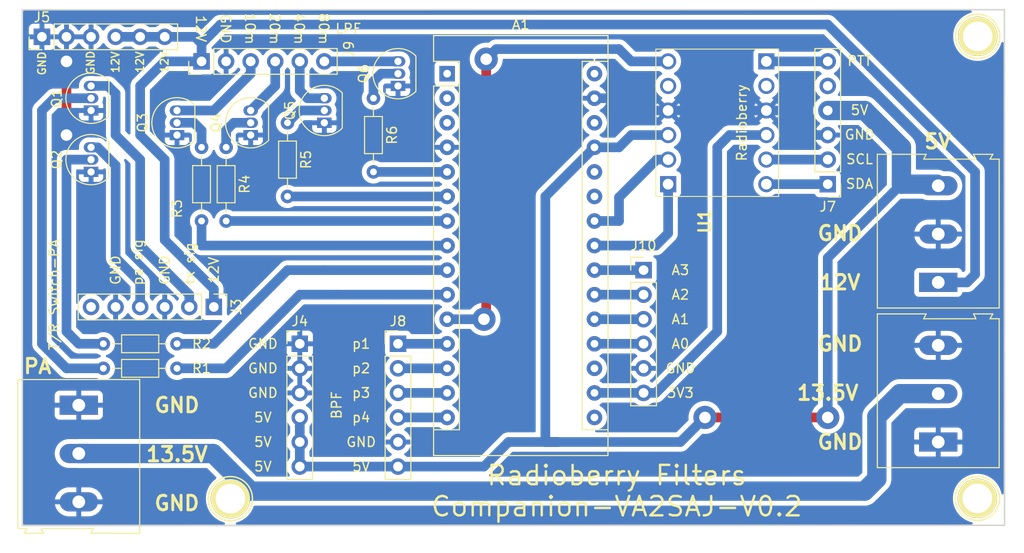
<source format=kicad_pcb>
(kicad_pcb (version 20241229) (generator "pcbnew") (generator_version "9.0")
  (title_block (date "mar. 31 mars 2015"))
  (layers (0 "F.Cu" signal) (2 "B.Cu" signal) (13 "F.Paste" user) (15 "B.Paste" user) (5 "F.SilkS" user "F.Silkscreen") (7 "B.SilkS" user "B.Silkscreen") (1 "F.Mask" user) (3 "B.Mask" user) (25 "Edge.Cuts" user))
  (net 0 "")
  (net 1 "GND")
  (net 2 "+5V")
  (net 3 "Net-(P8-Pad1)")
  (net 4 "Net-(P10-Pad1)")
  (net 5 "Net-(P13-Pad1)")
  (net 6 "+3V3")
  (net 7 "+15V")
  (net 8 "+12V")
  (net 9 "Net-(A1-Pad30)")
  (net 10 "Net-(A1-Pad28)")
  (net 11 "Net-(A1-Pad26)")
  (net 12 "Net-(A1-Pad25)")
  (net 13 "Net-(A1-Pad3)")
  (net 14 "Net-(A1-Pad18)")
  (net 15 "Net-(A1-Pad2)")
  (net 16 "/bpf-p4")
  (net 17 "/bpf-p3")
  (net 18 "/bpf-p2")
  (net 19 "/bpf-p1")
  (net 20 "/txmit")
  (net 21 "/ptt")
  (net 22 "/scl")
  (net 23 "/lpf-80m")
  (net 24 "/sda")
  (net 25 "/lpf-40")
  (net 26 "/lpf-20m")
  (net 27 "/lpf-10m")
  (net 28 "/rpi-scl")
  (net 29 "/rpi-sda")
  (net 30 "/rpi-ptt")
  (net 31 "Net-(J7-Pad5)")
  (net 32 "Net-(A1-Pad16)")
  (net 33 "Net-(J3-Pad6)")
  (net 34 "Net-(J3-Pad4)")
  (net 35 "Net-(J3-Pad2)")
  (net 36 "Net-(Q1-Pad2)")
  (net 37 "/pa")
  (net 38 "Net-(Q2-Pad2)")
  (net 39 "Net-(A1-Pad1)")
  (net 40 "Net-(Q3-Pad2)")
  (net 41 "Net-(Q4-Pad2)")
  (net 42 "Net-(Q5-Pad2)")
  (net 43 "Net-(Q6-Pad2)")
  (net 44 "Net-(U1-Pad11)")
  (net 45 "Net-(U1-Pad2)")
  (net 46 "/d5-10m")
  (net 47 "/d4-20m")
  (net 48 "/d3-40m")
  (net 49 "/d2-80m")
  (net 50 "/A3")
  (net 51 "/A2")
  (net 52 "/A1")
  (net 53 "/A0")
  (footprint "Socket_Arduino_Mega:Arduino_1pin" (layer "F.Cu") (at 124.9 118.89)
    (property "Reference" "P8" (hide yes))
    (property "Value" "CONN_01X01" (hide yes))
    (fp_circle (center 0 0) (end 0 -2.286) (stroke (width 0.15)) (fill no) (layer "F.SilkS"))
    (pad "1" thru_hole circle (at 0 0) (size 4.064 4.064) (drill 3.048) (layers "*.Cu" "*.Mask" "F.SilkS") (net 3 "Net-(P8-Pad1)"))
  )
  (footprint "Socket_Arduino_Mega:Arduino_1pin" (layer "F.Cu") (at 202.17 118.86)
    (property "Reference" "P10" (hide yes))
    (property "Value" "CONN_01X01" (hide yes))
    (fp_circle (center 0 0) (end 0 -2.286) (stroke (width 0.15)) (fill no) (layer "F.SilkS"))
    (pad "1" thru_hole circle (at 0 0) (size 4.064 4.064) (drill 3.048) (layers "*.Cu" "*.Mask" "F.SilkS") (net 4 "Net-(P10-Pad1)"))
  )
  (footprint "Socket_Arduino_Mega:Arduino_1pin" (layer "F.Cu") (at 202.2 71.07)
    (property "Reference" "P13" (hide yes))
    (property "Value" "CONN_01X01" (hide yes))
    (fp_circle (center 0 0) (end 0 -2.286) (stroke (width 0.15)) (fill no) (layer "F.SilkS"))
    (pad "1" thru_hole circle (at 0 0) (size 4.064 4.064) (drill 3.048) (layers "*.Cu" "*.Mask" "F.SilkS") (net 5 "Net-(P13-Pad1)"))
  )
  (footprint "TerminalBlock:TerminalBlock_Altech_AK300-3_P5.00mm" (layer "F.Cu") (at 198.12 96.52 90)
    (property "Reference" "J1" (hide yes))
    (property "Value" "Screw_Terminal_01x03")
    (fp_line (start 13.25 -6.3) (end -2.65 -6.3) (stroke (width 0.12)) (layer "F.SilkS"))
    (fp_line (start -2.65 -6.3) (end -2.65 6.3) (stroke (width 0.12)) (layer "F.SilkS"))
    (fp_line (start 12.75 -1.5) (end 13.25 -1.25) (stroke (width 0.12)) (layer "F.SilkS"))
    (fp_line (start 13.25 -1.25) (end 13.25 -6.3) (stroke (width 0.12)) (layer "F.SilkS"))
    (fp_line (start 13.25 3.65) (end 12.75 3.9) (stroke (width 0.12)) (layer "F.SilkS"))
    (fp_line (start 12.75 3.9) (end 12.75 -1.5) (stroke (width 0.12)) (layer "F.SilkS"))
    (fp_line (start 12.75 5.35) (end 13.25 5.65) (stroke (width 0.12)) (layer "F.SilkS"))
    (fp_line (start 13.25 5.65) (end 13.25 3.65) (stroke (width 0.12)) (layer "F.SilkS"))
    (fp_line (start 12.75 6.3) (end 12.75 5.35) (stroke (width 0.12)) (layer "F.SilkS"))
    (fp_line (start -2.65 6.3) (end 12.75 6.3) (stroke (width 0.12)) (layer "F.SilkS"))
    (pad "1" thru_hole rect (at 0 0 90) (size 1.98 3.96) (drill 1.32) (layers "*.Cu" "*.Mask") (net 8 "+12V"))
    (pad "2" thru_hole oval (at 5 0 90) (size 1.98 3.96) (drill 1.32) (layers "*.Cu" "*.Mask") (net 1 "GND"))
    (pad "3" thru_hole oval (at 10 0 90) (size 1.98 3.96) (drill 1.32) (layers "*.Cu" "*.Mask") (net 2 "+5V"))
  )
  (footprint "TerminalBlock:TerminalBlock_Altech_AK300-3_P5.00mm" (layer "F.Cu") (at 198.12 113.03 90)
    (property "Reference" "J2" (hide yes))
    (property "Value" "Screw_Terminal_01x03")
    (fp_line (start 13.25 -6.3) (end -2.65 -6.3) (stroke (width 0.12)) (layer "F.SilkS"))
    (fp_line (start -2.65 -6.3) (end -2.65 6.3) (stroke (width 0.12)) (layer "F.SilkS"))
    (fp_line (start 12.75 -1.5) (end 13.25 -1.25) (stroke (width 0.12)) (layer "F.SilkS"))
    (fp_line (start 13.25 -1.25) (end 13.25 -6.3) (stroke (width 0.12)) (layer "F.SilkS"))
    (fp_line (start 13.25 3.65) (end 12.75 3.9) (stroke (width 0.12)) (layer "F.SilkS"))
    (fp_line (start 12.75 3.9) (end 12.75 -1.5) (stroke (width 0.12)) (layer "F.SilkS"))
    (fp_line (start 12.75 5.35) (end 13.25 5.65) (stroke (width 0.12)) (layer "F.SilkS"))
    (fp_line (start 13.25 5.65) (end 13.25 3.65) (stroke (width 0.12)) (layer "F.SilkS"))
    (fp_line (start 12.75 6.3) (end 12.75 5.35) (stroke (width 0.12)) (layer "F.SilkS"))
    (fp_line (start -2.65 6.3) (end 12.75 6.3) (stroke (width 0.12)) (layer "F.SilkS"))
    (pad "1" thru_hole rect (at 0 0 90) (size 1.98 3.96) (drill 1.32) (layers "*.Cu" "*.Mask") (net 1 "GND"))
    (pad "2" thru_hole oval (at 5 0 90) (size 1.98 3.96) (drill 1.32) (layers "*.Cu" "*.Mask") (net 7 "+15V"))
    (pad "3" thru_hole oval (at 10 0 90) (size 1.98 3.96) (drill 1.32) (layers "*.Cu" "*.Mask") (net 1 "GND"))
  )
  (footprint "SamacSys_Parts:BOB12009" (layer "F.Cu") (at 175.26 80.01 90)
    (property "Reference" "U1" (at -10.16 -1.27 90) (layer "F.SilkS") (effects (font (size 1.27 1.27) (thickness 0.254))))
    (property "Value" "BOB-12009" (hide yes))
    (fp_line (start 7.62 -6.35) (end 7.62 6.35) (stroke (width 0.1)) (layer "F.SilkS"))
    (fp_line (start -7.62 -6.35) (end 7.62 -6.35) (stroke (width 0.1)) (layer "F.SilkS"))
    (fp_line (start 7.62 6.35) (end -7.62 6.35) (stroke (width 0.1)) (layer "F.SilkS"))
    (fp_line (start -7.62 6.35) (end -7.62 -6.35) (stroke (width 0.1)) (layer "F.SilkS"))
    (pad "1" thru_hole rect (at 6.35 5.08 90) (size 1.665 1.665) (drill 1.11) (layers "*.Cu" "*.Mask") (net 30 "/rpi-ptt"))
    (pad "2" thru_hole circle (at 3.81 5.08 90) (size 1.665 1.665) (drill 1.11) (layers "*.Cu" "*.Mask") (net 45 "Net-(U1-Pad2)"))
    (pad "3" thru_hole circle (at 1.27 5.08 90) (size 1.665 1.665) (drill 1.11) (layers "*.Cu" "*.Mask") (net 1 "GND"))
    (pad "4" thru_hole circle (at -1.27 5.08 90) (size 1.665 1.665) (drill 1.11) (layers "*.Cu" "*.Mask") (net 6 "+3V3"))
    (pad "5" thru_hole circle (at -3.81 5.08 90) (size 1.665 1.665) (drill 1.11) (layers "*.Cu" "*.Mask") (net 28 "/rpi-scl"))
    (pad "6" thru_hole circle (at -6.35 5.08 90) (size 1.665 1.665) (drill 1.11) (layers "*.Cu" "*.Mask") (net 29 "/rpi-sda"))
    (pad "7" thru_hole rect (at -6.35 -5.08 90) (size 1.665 1.665) (drill 1.11) (layers "*.Cu" "*.Mask") (net 24 "/sda"))
    (pad "8" thru_hole circle (at -3.81 -5.08 90) (size 1.665 1.665) (drill 1.11) (layers "*.Cu" "*.Mask") (net 22 "/scl"))
    (pad "9" thru_hole circle (at -1.27 -5.08 90) (size 1.665 1.665) (drill 1.11) (layers "*.Cu" "*.Mask") (net 2 "+5V"))
    (pad "10" thru_hole circle (at 1.27 -5.08 90) (size 1.665 1.665) (drill 1.11) (layers "*.Cu" "*.Mask") (net 1 "GND"))
    (pad "11" thru_hole circle (at 3.81 -5.08 90) (size 1.665 1.665) (drill 1.11) (layers "*.Cu" "*.Mask") (net 44 "Net-(U1-Pad11)"))
    (pad "12" thru_hole circle (at 6.35 -5.08 90) (size 1.665 1.665) (drill 1.11) (layers "*.Cu" "*.Mask") (net 21 "/ptt"))
  )
  (footprint "Connector_PinHeader_2.54mm:PinHeader_1x06_P2.54mm_Vertical" (layer "F.Cu") (at 186.69 86.36 180)
    (property "Reference" "J7" (at 0 -2.33 0) (layer "F.SilkS"))
    (property "Value" "Radioberry Connector")
    (fp_line (start 1.33 1.27) (end 1.33 14.03) (stroke (width 0.12)) (layer "F.SilkS"))
    (fp_line (start -1.33 14.03) (end 1.33 14.03) (stroke (width 0.12)) (layer "F.SilkS"))
    (fp_line (start -1.33 1.27) (end 1.33 1.27) (stroke (width 0.12)) (layer "F.SilkS"))
    (fp_line (start -1.33 1.27) (end -1.33 14.03) (stroke (width 0.12)) (layer "F.SilkS"))
    (fp_line (start -1.33 0) (end -1.33 -1.33) (stroke (width 0.12)) (layer "F.SilkS"))
    (fp_line (start -1.33 -1.33) (end 0 -1.33) (stroke (width 0.12)) (layer "F.SilkS"))
    (pad "1" thru_hole rect (at 0 0 180) (size 1.7 1.7) (drill 1) (layers "*.Cu" "*.Mask") (net 29 "/rpi-sda"))
    (pad "2" thru_hole oval (at 0 2.54 180) (size 1.7 1.7) (drill 1) (layers "*.Cu" "*.Mask") (net 28 "/rpi-scl"))
    (pad "3" thru_hole oval (at 0 5.08 180) (size 1.7 1.7) (drill 1) (layers "*.Cu" "*.Mask") (net 1 "GND"))
    (pad "4" thru_hole oval (at 0 7.62 180) (size 1.7 1.7) (drill 1) (layers "*.Cu" "*.Mask") (net 2 "+5V"))
    (pad "5" thru_hole oval (at 0 10.16 180) (size 1.7 1.7) (drill 1) (layers "*.Cu" "*.Mask") (net 31 "Net-(J7-Pad5)"))
    (pad "6" thru_hole oval (at 0 12.7 180) (size 1.7 1.7) (drill 1) (layers "*.Cu" "*.Mask") (net 30 "/rpi-ptt"))
  )
  (footprint "Connector_PinHeader_2.54mm:PinHeader_1x06_P2.54mm_Vertical" (layer "F.Cu") (at 142.24 102.87)
    (property "Reference" "J8" (at 0 -2.33 0) (layer "F.SilkS"))
    (property "Value" "BPF Connector")
    (fp_line (start -1.33 -1.33) (end 0 -1.33) (stroke (width 0.12)) (layer "F.SilkS"))
    (fp_line (start -1.33 0) (end -1.33 -1.33) (stroke (width 0.12)) (layer "F.SilkS"))
    (fp_line (start -1.33 1.27) (end -1.33 14.03) (stroke (width 0.12)) (layer "F.SilkS"))
    (fp_line (start -1.33 1.27) (end 1.33 1.27) (stroke (width 0.12)) (layer "F.SilkS"))
    (fp_line (start -1.33 14.03) (end 1.33 14.03) (stroke (width 0.12)) (layer "F.SilkS"))
    (fp_line (start 1.33 1.27) (end 1.33 14.03) (stroke (width 0.12)) (layer "F.SilkS"))
    (pad "1" thru_hole rect (at 0 0) (size 1.7 1.7) (drill 1) (layers "*.Cu" "*.Mask") (net 19 "/bpf-p1"))
    (pad "2" thru_hole oval (at 0 2.54) (size 1.7 1.7) (drill 1) (layers "*.Cu" "*.Mask") (net 18 "/bpf-p2"))
    (pad "3" thru_hole oval (at 0 5.08) (size 1.7 1.7) (drill 1) (layers "*.Cu" "*.Mask") (net 17 "/bpf-p3"))
    (pad "4" thru_hole oval (at 0 7.62) (size 1.7 1.7) (drill 1) (layers "*.Cu" "*.Mask") (net 16 "/bpf-p4"))
    (pad "5" thru_hole oval (at 0 10.16) (size 1.7 1.7) (drill 1) (layers "*.Cu" "*.Mask") (net 1 "GND"))
    (pad "6" thru_hole oval (at 0 12.7) (size 1.7 1.7) (drill 1) (layers "*.Cu" "*.Mask") (net 2 "+5V"))
  )
  (footprint "Connector_PinHeader_2.54mm:PinHeader_1x06_P2.54mm_Vertical" (layer "F.Cu") (at 121.92 73.66 90)
    (property "Reference" "J9" (at 1.27 15.24 90) (layer "F.SilkS"))
    (property "Value" "LPF Connector")
    (fp_line (start -1.33 -1.33) (end 0 -1.33) (stroke (width 0.12)) (layer "F.SilkS"))
    (fp_line (start -1.33 0) (end -1.33 -1.33) (stroke (width 0.12)) (layer "F.SilkS"))
    (fp_line (start 1.33 1.27) (end 1.33 14.03) (stroke (width 0.12)) (layer "F.SilkS"))
    (fp_line (start -1.33 1.27) (end 1.33 1.27) (stroke (width 0.12)) (layer "F.SilkS"))
    (fp_line (start -1.33 1.27) (end -1.33 14.03) (stroke (width 0.12)) (layer "F.SilkS"))
    (fp_line (start -1.33 14.03) (end 1.33 14.03) (stroke (width 0.12)) (layer "F.SilkS"))
    (pad "1" thru_hole rect (at 0 0 90) (size 1.7 1.7) (drill 1) (layers "*.Cu" "*.Mask") (net 8 "+12V"))
    (pad "2" thru_hole oval (at 0 2.54 90) (size 1.7 1.7) (drill 1) (layers "*.Cu" "*.Mask") (net 1 "GND"))
    (pad "3" thru_hole oval (at 0 5.08 90) (size 1.7 1.7) (drill 1) (layers "*.Cu" "*.Mask") (net 27 "/lpf-10m"))
    (pad "4" thru_hole oval (at 0 7.62 90) (size 1.7 1.7) (drill 1) (layers "*.Cu" "*.Mask") (net 26 "/lpf-20m"))
    (pad "5" thru_hole oval (at 0 10.16 90) (size 1.7 1.7) (drill 1) (layers "*.Cu" "*.Mask") (net 25 "/lpf-40"))
    (pad "6" thru_hole oval (at 0 12.7 90) (size 1.7 1.7) (drill 1) (layers "*.Cu" "*.Mask") (net 23 "/lpf-80m"))
  )
  (footprint "Connector_PinHeader_2.54mm:PinHeader_1x06_P2.54mm_Vertical" (layer "F.Cu") (at 123.19 99.06 -90)
    (property "Reference" "J3" (at 0 -2.33 90) (layer "F.SilkS"))
    (property "Value" "TR switch Connector" (hide yes))
    (fp_line (start -1.33 14.03) (end 1.33 14.03) (stroke (width 0.12)) (layer "F.SilkS"))
    (fp_line (start -1.33 1.27) (end -1.33 14.03) (stroke (width 0.12)) (layer "F.SilkS"))
    (fp_line (start -1.33 1.27) (end 1.33 1.27) (stroke (width 0.12)) (layer "F.SilkS"))
    (fp_line (start 1.33 1.27) (end 1.33 14.03) (stroke (width 0.12)) (layer "F.SilkS"))
    (fp_line (start -1.33 0) (end -1.33 -1.33) (stroke (width 0.12)) (layer "F.SilkS"))
    (fp_line (start -1.33 -1.33) (end 0 -1.33) (stroke (width 0.12)) (layer "F.SilkS"))
    (pad "1" thru_hole rect (at 0 0 270) (size 1.7 1.7) (drill 1) (layers "*.Cu" "*.Mask") (net 8 "+12V"))
    (pad "2" thru_hole oval (at 0 2.54 270) (size 1.7 1.7) (drill 1) (layers "*.Cu" "*.Mask") (net 35 "Net-(J3-Pad2)"))
    (pad "3" thru_hole oval (at 0 5.08 270) (size 1.7 1.7) (drill 1) (layers "*.Cu" "*.Mask") (net 1 "GND"))
    (pad "4" thru_hole oval (at 0 7.62 270) (size 1.7 1.7) (drill 1) (layers "*.Cu" "*.Mask") (net 34 "Net-(J3-Pad4)"))
    (pad "5" thru_hole oval (at 0 10.16 270) (size 1.7 1.7) (drill 1) (layers "*.Cu" "*.Mask") (net 1 "GND"))
    (pad "6" thru_hole oval (at 0 12.7 270) (size 1.7 1.7) (drill 1) (layers "*.Cu" "*.Mask") (net 33 "Net-(J3-Pad6)"))
  )
  (footprint "Package_TO_SOT_THT:TO-92_Inline" (layer "F.Cu") (at 110.49 78.74 90)
    (property "Reference" "Q1" (at 1.27 -3.56 90) (layer "F.SilkS"))
    (property "Value" "PN2222A")
    (fp_line (start -0.53 1.85) (end 3.07 1.85) (stroke (width 0.12)) (layer "F.SilkS"))
    (fp_arc (start 1.27 -2.6) (mid 3.672087 -0.994977) (end 3.108478 1.838478) (stroke (width 0.12)) (layer "F.SilkS"))
    (fp_arc (start -0.568478 1.838478) (mid -1.132087 -0.994977) (end 1.27 -2.6) (stroke (width 0.12)) (layer "F.SilkS"))
    (pad "1" thru_hole rect (at 0 0 90) (size 1.05 1.5) (drill 0.75) (layers "*.Cu" "*.Mask") (net 1 "GND"))
    (pad "2" thru_hole oval (at 1.27 0 90) (size 1.05 1.5) (drill 0.75) (layers "*.Cu" "*.Mask") (net 36 "Net-(Q1-Pad2)"))
    (pad "3" thru_hole oval (at 2.54 0 90) (size 1.05 1.5) (drill 0.75) (layers "*.Cu" "*.Mask") (net 35 "Net-(J3-Pad2)"))
  )
  (footprint "Resistor_THT:R_Axial_DIN0204_L3.6mm_D1.6mm_P7.62mm_Horizontal" (layer "F.Cu") (at 111.76 105.41)
    (property "Reference" "R1" (at 10.16 0 0) (layer "F.SilkS"))
    (property "Value" "14k")
    (fp_line (start 0.94 0) (end 1.89 0) (stroke (width 0.12)) (layer "F.SilkS"))
    (fp_line (start 1.89 -0.92) (end 1.89 0.92) (stroke (width 0.12)) (layer "F.SilkS"))
    (fp_line (start 1.89 0.92) (end 5.73 0.92) (stroke (width 0.12)) (layer "F.SilkS"))
    (fp_line (start 5.73 -0.92) (end 1.89 -0.92) (stroke (width 0.12)) (layer "F.SilkS"))
    (fp_line (start 5.73 0.92) (end 5.73 -0.92) (stroke (width 0.12)) (layer "F.SilkS"))
    (fp_line (start 6.68 0) (end 5.73 0) (stroke (width 0.12)) (layer "F.SilkS"))
    (pad "1" thru_hole circle (at 0 0) (size 1.4 1.4) (drill 0.7) (layers "*.Cu" "*.Mask") (net 36 "Net-(Q1-Pad2)"))
    (pad "2" thru_hole oval (at 7.62 0) (size 1.4 1.4) (drill 0.7) (layers "*.Cu" "*.Mask") (net 20 "/txmit"))
  )
  (footprint "Package_TO_SOT_THT:TO-92_Inline" (layer "F.Cu") (at 110.49 85.09 90)
    (property "Reference" "Q2" (at 1.27 -3.56 90) (layer "F.SilkS"))
    (property "Value" "PN2222A")
    (fp_line (start -0.53 1.85) (end 3.07 1.85) (stroke (width 0.12)) (layer "F.SilkS"))
    (fp_arc (start 1.27 -2.6) (mid 3.672087 -0.994977) (end 3.108478 1.838478) (stroke (width 0.12)) (layer "F.SilkS"))
    (fp_arc (start -0.568478 1.838478) (mid -1.132087 -0.994977) (end 1.27 -2.6) (stroke (width 0.12)) (layer "F.SilkS"))
    (pad "1" thru_hole rect (at 0 0 90) (size 1.05 1.5) (drill 0.75) (layers "*.Cu" "*.Mask") (net 1 "GND"))
    (pad "2" thru_hole oval (at 1.27 0 90) (size 1.05 1.5) (drill 0.75) (layers "*.Cu" "*.Mask") (net 38 "Net-(Q2-Pad2)"))
    (pad "3" thru_hole oval (at 2.54 0 90) (size 1.05 1.5) (drill 0.75) (layers "*.Cu" "*.Mask") (net 34 "Net-(J3-Pad4)"))
  )
  (footprint "Resistor_THT:R_Axial_DIN0204_L3.6mm_D1.6mm_P7.62mm_Horizontal" (layer "F.Cu") (at 111.76 102.87)
    (property "Reference" "R2" (at 10.16 0 0) (layer "F.SilkS"))
    (property "Value" "14k" (hide yes))
    (fp_line (start 0.94 0) (end 1.89 0) (stroke (width 0.12)) (layer "F.SilkS"))
    (fp_line (start 1.89 -0.92) (end 1.89 0.92) (stroke (width 0.12)) (layer "F.SilkS"))
    (fp_line (start 1.89 0.92) (end 5.73 0.92) (stroke (width 0.12)) (layer "F.SilkS"))
    (fp_line (start 5.73 -0.92) (end 1.89 -0.92) (stroke (width 0.12)) (layer "F.SilkS"))
    (fp_line (start 5.73 0.92) (end 5.73 -0.92) (stroke (width 0.12)) (layer "F.SilkS"))
    (fp_line (start 6.68 0) (end 5.73 0) (stroke (width 0.12)) (layer "F.SilkS"))
    (pad "1" thru_hole circle (at 0 0) (size 1.4 1.4) (drill 0.7) (layers "*.Cu" "*.Mask") (net 38 "Net-(Q2-Pad2)"))
    (pad "2" thru_hole oval (at 7.62 0) (size 1.4 1.4) (drill 0.7) (layers "*.Cu" "*.Mask") (net 37 "/pa"))
  )
  (footprint "TerminalBlock:TerminalBlock_Altech_AK300-3_P5.00mm" (layer "F.Cu") (at 109.22 109.22 -90)
    (property "Reference" "J6" (hide yes))
    (property "Value" "Screw_Terminal_01x03")
    (fp_line (start -2.65 6.3) (end 12.75 6.3) (stroke (width 0.12)) (layer "F.SilkS"))
    (fp_line (start 12.75 6.3) (end 12.75 5.35) (stroke (width 0.12)) (layer "F.SilkS"))
    (fp_line (start 13.25 5.65) (end 13.25 3.65) (stroke (width 0.12)) (layer "F.SilkS"))
    (fp_line (start 12.75 5.35) (end 13.25 5.65) (stroke (width 0.12)) (layer "F.SilkS"))
    (fp_line (start 12.75 3.9) (end 12.75 -1.5) (stroke (width 0.12)) (layer "F.SilkS"))
    (fp_line (start 13.25 3.65) (end 12.75 3.9) (stroke (width 0.12)) (layer "F.SilkS"))
    (fp_line (start 13.25 -1.25) (end 13.25 -6.3) (stroke (width 0.12)) (layer "F.SilkS"))
    (fp_line (start 12.75 -1.5) (end 13.25 -1.25) (stroke (width 0.12)) (layer "F.SilkS"))
    (fp_line (start -2.65 -6.3) (end -2.65 6.3) (stroke (width 0.12)) (layer "F.SilkS"))
    (fp_line (start 13.25 -6.3) (end -2.65 -6.3) (stroke (width 0.12)) (layer "F.SilkS"))
    (pad "1" thru_hole rect (at 0 0 270) (size 1.98 3.96) (drill 1.32) (layers "*.Cu" "*.Mask") (net 1 "GND"))
    (pad "2" thru_hole oval (at 5 0 270) (size 1.98 3.96) (drill 1.32) (layers "*.Cu" "*.Mask") (net 7 "+15V"))
    (pad "3" thru_hole oval (at 10 0 270) (size 1.98 3.96) (drill 1.32) (layers "*.Cu" "*.Mask") (net 1 "GND"))
  )
  (footprint "Package_TO_SOT_THT:TO-92_Inline" (layer "F.Cu") (at 119.38 81.28 90)
    (property "Reference" "Q3" (at 1.27 -3.56 90) (layer "F.SilkS"))
    (property "Value" "PN2222A")
    (fp_line (start -0.53 1.85) (end 3.07 1.85) (stroke (width 0.12)) (layer "F.SilkS"))
    (fp_arc (start 1.27 -2.6) (mid 3.672087 -0.994977) (end 3.108478 1.838478) (stroke (width 0.12)) (layer "F.SilkS"))
    (fp_arc (start -0.568478 1.838478) (mid -1.132087 -0.994977) (end 1.27 -2.6) (stroke (width 0.12)) (layer "F.SilkS"))
    (pad "1" thru_hole rect (at 0 0 90) (size 1.05 1.5) (drill 0.75) (layers "*.Cu" "*.Mask") (net 1 "GND"))
    (pad "2" thru_hole oval (at 1.27 0 90) (size 1.05 1.5) (drill 0.75) (layers "*.Cu" "*.Mask") (net 40 "Net-(Q3-Pad2)"))
    (pad "3" thru_hole oval (at 2.54 0 90) (size 1.05 1.5) (drill 0.75) (layers "*.Cu" "*.Mask") (net 27 "/lpf-10m"))
  )
  (footprint "Package_TO_SOT_THT:TO-92_Inline" (layer "F.Cu") (at 127 81.28 90)
    (property "Reference" "Q4" (at 1.27 -3.56 90) (layer "F.SilkS"))
    (property "Value" "PN2222A")
    (fp_line (start -0.53 1.85) (end 3.07 1.85) (stroke (width 0.12)) (layer "F.SilkS"))
    (fp_arc (start 1.27 -2.6) (mid 3.672087 -0.994977) (end 3.108478 1.838478) (stroke (width 0.12)) (layer "F.SilkS"))
    (fp_arc (start -0.568478 1.838478) (mid -1.132087 -0.994977) (end 1.27 -2.6) (stroke (width 0.12)) (layer "F.SilkS"))
    (pad "1" thru_hole rect (at 0 0 90) (size 1.05 1.5) (drill 0.75) (layers "*.Cu" "*.Mask") (net 1 "GND"))
    (pad "2" thru_hole oval (at 1.27 0 90) (size 1.05 1.5) (drill 0.75) (layers "*.Cu" "*.Mask") (net 41 "Net-(Q4-Pad2)"))
    (pad "3" thru_hole oval (at 2.54 0 90) (size 1.05 1.5) (drill 0.75) (layers "*.Cu" "*.Mask") (net 26 "/lpf-20m"))
  )
  (footprint "Package_TO_SOT_THT:TO-92_Inline" (layer "F.Cu") (at 134.62 80.01 90)
    (property "Reference" "Q5" (at 1.27 -3.56 90) (layer "F.SilkS"))
    (property "Value" "PN2222A")
    (fp_line (start -0.53 1.85) (end 3.07 1.85) (stroke (width 0.12)) (layer "F.SilkS"))
    (fp_arc (start 1.27 -2.6) (mid 3.672087 -0.994977) (end 3.108478 1.838478) (stroke (width 0.12)) (layer "F.SilkS"))
    (fp_arc (start -0.568478 1.838478) (mid -1.132087 -0.994977) (end 1.27 -2.6) (stroke (width 0.12)) (layer "F.SilkS"))
    (pad "1" thru_hole rect (at 0 0 90) (size 1.05 1.5) (drill 0.75) (layers "*.Cu" "*.Mask") (net 1 "GND"))
    (pad "2" thru_hole oval (at 1.27 0 90) (size 1.05 1.5) (drill 0.75) (layers "*.Cu" "*.Mask") (net 42 "Net-(Q5-Pad2)"))
    (pad "3" thru_hole oval (at 2.54 0 90) (size 1.05 1.5) (drill 0.75) (layers "*.Cu" "*.Mask") (net 25 "/lpf-40"))
  )
  (footprint "Package_TO_SOT_THT:TO-92_Inline" (layer "F.Cu") (at 142.24 76.2 90)
    (property "Reference" "Q6" (at 1.27 -3.56 90) (layer "F.SilkS"))
    (property "Value" "PN2222A")
    (fp_line (start -0.53 1.85) (end 3.07 1.85) (stroke (width 0.12)) (layer "F.SilkS"))
    (fp_arc (start 1.27 -2.6) (mid 3.672087 -0.994977) (end 3.108478 1.838478) (stroke (width 0.12)) (layer "F.SilkS"))
    (fp_arc (start -0.568478 1.838478) (mid -1.132087 -0.994977) (end 1.27 -2.6) (stroke (width 0.12)) (layer "F.SilkS"))
    (pad "1" thru_hole rect (at 0 0 90) (size 1.05 1.5) (drill 0.75) (layers "*.Cu" "*.Mask") (net 1 "GND"))
    (pad "2" thru_hole oval (at 1.27 0 90) (size 1.05 1.5) (drill 0.75) (layers "*.Cu" "*.Mask") (net 43 "Net-(Q6-Pad2)"))
    (pad "3" thru_hole oval (at 2.54 0 90) (size 1.05 1.5) (drill 0.75) (layers "*.Cu" "*.Mask") (net 23 "/lpf-80m"))
  )
  (footprint "Resistor_THT:R_Axial_DIN0204_L3.6mm_D1.6mm_P7.62mm_Horizontal" (layer "F.Cu") (at 121.92 82.55 -90)
    (property "Reference" "R3" (at 6.35 2.54 90) (layer "F.SilkS"))
    (property "Value" "14k")
    (fp_line (start 1.89 0.92) (end 5.73 0.92) (stroke (width 0.12)) (layer "F.SilkS"))
    (fp_line (start 5.73 0.92) (end 5.73 -0.92) (stroke (width 0.12)) (layer "F.SilkS"))
    (fp_line (start 0.94 0) (end 1.89 0) (stroke (width 0.12)) (layer "F.SilkS"))
    (fp_line (start 6.68 0) (end 5.73 0) (stroke (width 0.12)) (layer "F.SilkS"))
    (fp_line (start 1.89 -0.92) (end 1.89 0.92) (stroke (width 0.12)) (layer "F.SilkS"))
    (fp_line (start 5.73 -0.92) (end 1.89 -0.92) (stroke (width 0.12)) (layer "F.SilkS"))
    (pad "1" thru_hole circle (at 0 0 270) (size 1.4 1.4) (drill 0.7) (layers "*.Cu" "*.Mask") (net 40 "Net-(Q3-Pad2)"))
    (pad "2" thru_hole oval (at 7.62 0 270) (size 1.4 1.4) (drill 0.7) (layers "*.Cu" "*.Mask") (net 46 "/d5-10m"))
  )
  (footprint "Resistor_THT:R_Axial_DIN0204_L3.6mm_D1.6mm_P7.62mm_Horizontal" (layer "F.Cu") (at 124.46 82.55 -90)
    (property "Reference" "R4" (at 3.81 -1.92 90) (layer "F.SilkS"))
    (property "Value" "14k")
    (fp_line (start 1.89 0.92) (end 5.73 0.92) (stroke (width 0.12)) (layer "F.SilkS"))
    (fp_line (start 5.73 0.92) (end 5.73 -0.92) (stroke (width 0.12)) (layer "F.SilkS"))
    (fp_line (start 0.94 0) (end 1.89 0) (stroke (width 0.12)) (layer "F.SilkS"))
    (fp_line (start 6.68 0) (end 5.73 0) (stroke (width 0.12)) (layer "F.SilkS"))
    (fp_line (start 1.89 -0.92) (end 1.89 0.92) (stroke (width 0.12)) (layer "F.SilkS"))
    (fp_line (start 5.73 -0.92) (end 1.89 -0.92) (stroke (width 0.12)) (layer "F.SilkS"))
    (pad "1" thru_hole circle (at 0 0 270) (size 1.4 1.4) (drill 0.7) (layers "*.Cu" "*.Mask") (net 41 "Net-(Q4-Pad2)"))
    (pad "2" thru_hole oval (at 7.62 0 270) (size 1.4 1.4) (drill 0.7) (layers "*.Cu" "*.Mask") (net 47 "/d4-20m"))
  )
  (footprint "Resistor_THT:R_Axial_DIN0204_L3.6mm_D1.6mm_P7.62mm_Horizontal" (layer "F.Cu") (at 130.81 80.01 -90)
    (property "Reference" "R5" (at 3.81 -1.92 90) (layer "F.SilkS"))
    (property "Value" "14k")
    (fp_line (start 1.89 0.92) (end 5.73 0.92) (stroke (width 0.12)) (layer "F.SilkS"))
    (fp_line (start 5.73 0.92) (end 5.73 -0.92) (stroke (width 0.12)) (layer "F.SilkS"))
    (fp_line (start 0.94 0) (end 1.89 0) (stroke (width 0.12)) (layer "F.SilkS"))
    (fp_line (start 6.68 0) (end 5.73 0) (stroke (width 0.12)) (layer "F.SilkS"))
    (fp_line (start 1.89 -0.92) (end 1.89 0.92) (stroke (width 0.12)) (layer "F.SilkS"))
    (fp_line (start 5.73 -0.92) (end 1.89 -0.92) (stroke (width 0.12)) (layer "F.SilkS"))
    (pad "1" thru_hole circle (at 0 0 270) (size 1.4 1.4) (drill 0.7) (layers "*.Cu" "*.Mask") (net 42 "Net-(Q5-Pad2)"))
    (pad "2" thru_hole oval (at 7.62 0 270) (size 1.4 1.4) (drill 0.7) (layers "*.Cu" "*.Mask") (net 48 "/d3-40m"))
  )
  (footprint "Resistor_THT:R_Axial_DIN0204_L3.6mm_D1.6mm_P7.62mm_Horizontal" (layer "F.Cu") (at 139.7 77.47 -90)
    (property "Reference" "R6" (at 3.81 -1.92 90) (layer "F.SilkS"))
    (property "Value" "14k")
    (fp_line (start 1.89 0.92) (end 5.73 0.92) (stroke (width 0.12)) (layer "F.SilkS"))
    (fp_line (start 5.73 0.92) (end 5.73 -0.92) (stroke (width 0.12)) (layer "F.SilkS"))
    (fp_line (start 0.94 0) (end 1.89 0) (stroke (width 0.12)) (layer "F.SilkS"))
    (fp_line (start 6.68 0) (end 5.73 0) (stroke (width 0.12)) (layer "F.SilkS"))
    (fp_line (start 1.89 -0.92) (end 1.89 0.92) (stroke (width 0.12)) (layer "F.SilkS"))
    (fp_line (start 5.73 -0.92) (end 1.89 -0.92) (stroke (width 0.12)) (layer "F.SilkS"))
    (pad "1" thru_hole circle (at 0 0 270) (size 1.4 1.4) (drill 0.7) (layers "*.Cu" "*.Mask") (net 43 "Net-(Q6-Pad2)"))
    (pad "2" thru_hole oval (at 7.62 0 270) (size 1.4 1.4) (drill 0.7) (layers "*.Cu" "*.Mask") (net 49 "/d2-80m"))
  )
  (footprint "Module:Arduino_Nano" (layer "F.Cu") (at 147.32 74.93)
    (property "Reference" "A1" (at 7.62 -5.08 0) (layer "F.SilkS"))
    (property "Value" "Arduino_Nano_v3.x")
    (fp_line (start -1.4 -3.94) (end -1.4 -1.27) (stroke (width 0.12)) (layer "F.SilkS"))
    (fp_line (start -1.4 1.27) (end -1.4 39.5) (stroke (width 0.12)) (layer "F.SilkS"))
    (fp_line (start -1.4 39.5) (end 16.64 39.5) (stroke (width 0.12)) (layer "F.SilkS"))
    (fp_line (start 1.27 -1.27) (end -1.4 -1.27) (stroke (width 0.12)) (layer "F.SilkS"))
    (fp_line (start 1.27 1.27) (end -1.4 1.27) (stroke (width 0.12)) (layer "F.SilkS"))
    (fp_line (start 1.27 1.27) (end 1.27 -1.27) (stroke (width 0.12)) (layer "F.SilkS"))
    (fp_line (start 1.27 1.27) (end 1.27 36.83) (stroke (width 0.12)) (layer "F.SilkS"))
    (fp_line (start 1.27 36.83) (end -1.4 36.83) (stroke (width 0.12)) (layer "F.SilkS"))
    (fp_line (start 13.97 -1.27) (end 13.97 36.83) (stroke (width 0.12)) (layer "F.SilkS"))
    (fp_line (start 13.97 -1.27) (end 16.64 -1.27) (stroke (width 0.12)) (layer "F.SilkS"))
    (fp_line (start 13.97 36.83) (end 16.64 36.83) (stroke (width 0.12)) (layer "F.SilkS"))
    (fp_line (start 16.64 -3.94) (end -1.4 -3.94) (stroke (width 0.12)) (layer "F.SilkS"))
    (fp_line (start 16.64 39.5) (end 16.64 -3.94) (stroke (width 0.12)) (layer "F.SilkS"))
    (pad "1" thru_hole rect (at 0 0) (size 1.6 1.6) (drill 0.8) (layers "*.Cu" "*.Mask") (net 39 "Net-(A1-Pad1)"))
    (pad "2" thru_hole oval (at 0 2.54) (size 1.6 1.6) (drill 0.8) (layers "*.Cu" "*.Mask") (net 15 "Net-(A1-Pad2)"))
    (pad "3" thru_hole oval (at 0 5.08) (size 1.6 1.6) (drill 0.8) (layers "*.Cu" "*.Mask") (net 13 "Net-(A1-Pad3)"))
    (pad "4" thru_hole oval (at 0 7.62) (size 1.6 1.6) (drill 0.8) (layers "*.Cu" "*.Mask") (net 1 "GND"))
    (pad "5" thru_hole oval (at 0 10.16) (size 1.6 1.6) (drill 0.8) (layers "*.Cu" "*.Mask") (net 49 "/d2-80m"))
    (pad "6" thru_hole oval (at 0 12.7) (size 1.6 1.6) (drill 0.8) (layers "*.Cu" "*.Mask") (net 48 "/d3-40m"))
    (pad "7" thru_hole oval (at 0 15.24) (size 1.6 1.6) (drill 0.8) (layers "*.Cu" "*.Mask") (net 47 "/d4-20m"))
    (pad "8" thru_hole oval (at 0 17.78) (size 1.6 1.6) (drill 0.8) (layers "*.Cu" "*.Mask") (net 46 "/d5-10m"))
    (pad "9" thru_hole oval (at 0 20.32) (size 1.6 1.6) (drill 0.8) (layers "*.Cu" "*.Mask") (net 37 "/pa"))
    (pad "10" thru_hole oval (at 0 22.86) (size 1.6 1.6) (drill 0.8) (layers "*.Cu" "*.Mask") (net 20 "/txmit"))
    (pad "11" thru_hole oval (at 0 25.4) (size 1.6 1.6) (drill 0.8) (layers "*.Cu" "*.Mask") (net 21 "/ptt"))
    (pad "12" thru_hole oval (at 0 27.94) (size 1.6 1.6) (drill 0.8) (layers "*.Cu" "*.Mask") (net 19 "/bpf-p1"))
    (pad "13" thru_hole oval (at 0 30.48) (size 1.6 1.6) (drill 0.8) (layers "*.Cu" "*.Mask") (net 18 "/bpf-p2"))
    (pad "14" thru_hole oval (at 0 33.02) (size 1.6 1.6) (drill 0.8) (layers "*.Cu" "*.Mask") (net 17 "/bpf-p3"))
    (pad "15" thru_hole oval (at 0 35.56) (size 1.6 1.6) (drill 0.8) (layers "*.Cu" "*.Mask") (net 16 "/bpf-p4"))
    (pad "16" thru_hole oval (at 15.24 35.56) (size 1.6 1.6) (drill 0.8) (layers "*.Cu" "*.Mask") (net 32 "Net-(A1-Pad16)"))
    (pad "17" thru_hole oval (at 15.24 33.02) (size 1.6 1.6) (drill 0.8) (layers "*.Cu" "*.Mask") (net 6 "+3V3"))
    (pad "18" thru_hole oval (at 15.24 30.48) (size 1.6 1.6) (drill 0.8) (layers "*.Cu" "*.Mask") (net 14 "Net-(A1-Pad18)"))
    (pad "19" thru_hole oval (at 15.24 27.94) (size 1.6 1.6) (drill 0.8) (layers "*.Cu" "*.Mask") (net 53 "/A0"))
    (pad "20" thru_hole oval (at 15.24 25.4) (size 1.6 1.6) (drill 0.8) (layers "*.Cu" "*.Mask") (net 52 "/A1"))
    (pad "21" thru_hole oval (at 15.24 22.86) (size 1.6 1.6) (drill 0.8) (layers "*.Cu" "*.Mask") (net 51 "/A2"))
    (pad "22" thru_hole oval (at 15.24 20.32) (size 1.6 1.6) (drill 0.8) (layers "*.Cu" "*.Mask") (net 50 "/A3"))
    (pad "23" thru_hole oval (at 15.24 17.78) (size 1.6 1.6) (drill 0.8) (layers "*.Cu" "*.Mask") (net 24 "/sda"))
    (pad "24" thru_hole oval (at 15.24 15.24) (size 1.6 1.6) (drill 0.8) (layers "*.Cu" "*.Mask") (net 22 "/scl"))
    (pad "25" thru_hole oval (at 15.24 12.7) (size 1.6 1.6) (drill 0.8) (layers "*.Cu" "*.Mask") (net 12 "Net-(A1-Pad25)"))
    (pad "26" thru_hole oval (at 15.24 10.16) (size 1.6 1.6) (drill 0.8) (layers "*.Cu" "*.Mask") (net 11 "Net-(A1-Pad26)"))
    (pad "27" thru_hole oval (at 15.24 7.62) (size 1.6 1.6) (drill 0.8) (layers "*.Cu" "*.Mask") (net 2 "+5V"))
    (pad "28" thru_hole oval (at 15.24 5.08) (size 1.6 1.6) (drill 0.8) (layers "*.Cu" "*.Mask") (net 10 "Net-(A1-Pad28)"))
    (pad "29" thru_hole oval (at 15.24 2.54) (size 1.6 1.6) (drill 0.8) (layers "*.Cu" "*.Mask") (net 1 "GND"))
    (pad "30" thru_hole oval (at 15.24 0) (size 1.6 1.6) (drill 0.8) (layers "*.Cu" "*.Mask") (net 9 "Net-(A1-Pad30)"))
  )
  (footprint "Connector_PinHeader_2.54mm:PinHeader_1x06_P2.54mm_Vertical" (layer "F.Cu") (at 132.08 102.87)
    (property "Reference" "J4" (at 0 -2.33 0) (layer "F.SilkS"))
    (property "Value" "5V distribution" (hide yes))
    (fp_line (start -1.33 -1.33) (end 0 -1.33) (stroke (width 0.12)) (layer "F.SilkS"))
    (fp_line (start -1.33 0) (end -1.33 -1.33) (stroke (width 0.12)) (layer "F.SilkS"))
    (fp_line (start -1.33 1.27) (end -1.33 14.03) (stroke (width 0.12)) (layer "F.SilkS"))
    (fp_line (start -1.33 1.27) (end 1.33 1.27) (stroke (width 0.12)) (layer "F.SilkS"))
    (fp_line (start -1.33 14.03) (end 1.33 14.03) (stroke (width 0.12)) (layer "F.SilkS"))
    (fp_line (start 1.33 1.27) (end 1.33 14.03) (stroke (width 0.12)) (layer "F.SilkS"))
    (pad "1" thru_hole rect (at 0 0) (size 1.7 1.7) (drill 1) (layers "*.Cu" "*.Mask") (net 1 "GND"))
    (pad "2" thru_hole oval (at 0 2.54) (size 1.7 1.7) (drill 1) (layers "*.Cu" "*.Mask") (net 1 "GND"))
    (pad "3" thru_hole oval (at 0 5.08) (size 1.7 1.7) (drill 1) (layers "*.Cu" "*.Mask") (net 1 "GND"))
    (pad "4" thru_hole oval (at 0 7.62) (size 1.7 1.7) (drill 1) (layers "*.Cu" "*.Mask") (net 2 "+5V"))
    (pad "5" thru_hole oval (at 0 10.16) (size 1.7 1.7) (drill 1) (layers "*.Cu" "*.Mask") (net 2 "+5V"))
    (pad "6" thru_hole oval (at 0 12.7) (size 1.7 1.7) (drill 1) (layers "*.Cu" "*.Mask") (net 2 "+5V"))
  )
  (footprint "Connector_PinHeader_2.54mm:PinHeader_1x06_P2.54mm_Vertical" (layer "F.Cu") (at 105.41 71.12 90)
    (property "Reference" "J5" (at 2.03 0 180) (layer "F.SilkS"))
    (property "Value" "12V distribution")
    (fp_line (start -1.33 -1.33) (end 0 -1.33) (stroke (width 0.12)) (layer "F.SilkS"))
    (fp_line (start -1.33 0) (end -1.33 -1.33) (stroke (width 0.12)) (layer "F.SilkS"))
    (fp_line (start 1.33 1.27) (end 1.33 14.03) (stroke (width 0.12)) (layer "F.SilkS"))
    (fp_line (start -1.33 1.27) (end 1.33 1.27) (stroke (width 0.12)) (layer "F.SilkS"))
    (fp_line (start -1.33 1.27) (end -1.33 14.03) (stroke (width 0.12)) (layer "F.SilkS"))
    (fp_line (start -1.33 14.03) (end 1.33 14.03) (stroke (width 0.12)) (layer "F.SilkS"))
    (pad "1" thru_hole rect (at 0 0 90) (size 1.7 1.7) (drill 1) (layers "*.Cu" "*.Mask") (net 1 "GND"))
    (pad "2" thru_hole oval (at 0 2.54 90) (size 1.7 1.7) (drill 1) (layers "*.Cu" "*.Mask") (net 1 "GND"))
    (pad "3" thru_hole oval (at 0 5.08 90) (size 1.7 1.7) (drill 1) (layers "*.Cu" "*.Mask") (net 1 "GND"))
    (pad "4" thru_hole oval (at 0 7.62 90) (size 1.7 1.7) (drill 1) (layers "*.Cu" "*.Mask") (net 8 "+12V"))
    (pad "5" thru_hole oval (at 0 10.16 90) (size 1.7 1.7) (drill 1) (layers "*.Cu" "*.Mask") (net 8 "+12V"))
    (pad "6" thru_hole oval (at 0 12.7 90) (size 1.7 1.7) (drill 1) (layers "*.Cu" "*.Mask") (net 8 "+12V"))
  )
  (footprint "Connector_PinHeader_2.54mm:PinHeader_1x06_P2.54mm_Vertical" (layer "F.Cu") (at 167.64 95.25)
    (property "Reference" "J10" (at 0 -2.54 0) (layer "F.SilkS"))
    (property "Value" "analog pins")
    (fp_line (start -1.33 -1.33) (end 0 -1.33) (stroke (width 0.12)) (layer "F.SilkS"))
    (fp_line (start -1.33 0) (end -1.33 -1.33) (stroke (width 0.12)) (layer "F.SilkS"))
    (fp_line (start -1.33 1.27) (end -1.33 14.03) (stroke (width 0.12)) (layer "F.SilkS"))
    (fp_line (start -1.33 1.27) (end 1.33 1.27) (stroke (width 0.12)) (layer "F.SilkS"))
    (fp_line (start -1.33 14.03) (end 1.33 14.03) (stroke (width 0.12)) (layer "F.SilkS"))
    (fp_line (start 1.33 1.27) (end 1.33 14.03) (stroke (width 0.12)) (layer "F.SilkS"))
    (pad "1" thru_hole rect (at 0 0) (size 1.7 1.7) (drill 1) (layers "*.Cu" "*.Mask") (net 50 "/A3"))
    (pad "2" thru_hole oval (at 0 2.54) (size 1.7 1.7) (drill 1) (layers "*.Cu" "*.Mask") (net 51 "/A2"))
    (pad "3" thru_hole oval (at 0 5.08) (size 1.7 1.7) (drill 1) (layers "*.Cu" "*.Mask") (net 52 "/A1"))
    (pad "4" thru_hole oval (at 0 7.62) (size 1.7 1.7) (drill 1) (layers "*.Cu" "*.Mask") (net 53 "/A0"))
    (pad "5" thru_hole oval (at 0 10.16) (size 1.7 1.7) (drill 1) (layers "*.Cu" "*.Mask") (net 1 "GND"))
    (pad "6" thru_hole oval (at 0 12.7) (size 1.7 1.7) (drill 1) (layers "*.Cu" "*.Mask") (net 6 "+3V3"))
  )
  (gr_line (start 103.378 121.666) (end 103.378 68.326) (stroke (width 0.15)) (layer "Edge.Cuts"))
  (gr_line (start 204.978 121.65) (end 103.378 121.666) (stroke (width 0.15)) (layer "Edge.Cuts"))
  (gr_line (start 103.378 68.326) (end 204.966 68.31) (stroke (width 0.15)) (layer "Edge.Cuts"))
  (gr_line (start 204.978 121.65) (end 204.966 68.31) (stroke (width 0.15)) (layer "Edge.Cuts"))
  (gr_text "GND" (at 118.11 95.25 90) (layer "F.SilkS") (effects (font (size 1 1))))
  (gr_text "13.5V" (at 119.38 114.3 0) (layer "F.SilkS") (effects (font (size 1.5 1.5) (thickness 0.3))))
  (gr_text "12V" (at 123.19 95.25 90) (layer "F.SilkS") (effects (font (size 1 1))))
  (gr_text "PA\n" (at 104.96 105.2 0) (layer "F.SilkS") (effects (font (size 1.5 1.5) (thickness 0.3))))
  (gr_text "12V" (at 121.86 70.28 -90) (layer "F.SilkS") (effects (font (size 1 1))))
  (gr_text "GND" (at 124.4 70.28 -90) (layer "F.SilkS") (effects (font (size 1 1))))
  (gr_text "GND" (at 119.38 109.22 0) (layer "F.SilkS") (effects (font (size 1.5 1.5) (thickness 0.3))))
  (gr_text "GND" (at 128.27 102.87 0) (layer "F.SilkS") (effects (font (size 1 1))))
  (gr_text "GND" (at 128.27 105.41 0) (layer "F.SilkS") (effects (font (size 1 1))))
  (gr_text "GND" (at 128.27 107.95 0) (layer "F.SilkS") (effects (font (size 1 1))))
  (gr_text "5V" (at 128.27 110.49 0) (layer "F.SilkS") (effects (font (size 1 1))))
  (gr_text "5V" (at 128.27 113.03 0) (layer "F.SilkS") (effects (font (size 1 1))))
  (gr_text "5V" (at 128.27 115.57 0) (layer "F.SilkS") (effects (font (size 1 1))))
  (gr_text "GND" (at 113.03 95.25 90) (layer "F.SilkS") (effects (font (size 1 1))))
  (gr_text "12V" (at 115.55 73.74 90) (layer "F.SilkS") (effects (font (size 0.8 0.8))))
  (gr_text "12V" (at 113.01 73.74 90) (layer "F.SilkS") (effects (font (size 0.8 0.8))))
  (gr_text "GND" (at 110.44 73.8 90) (layer "F.SilkS") (effects (font (size 0.8 0.8))))
  (gr_text "GND" (at 105.41 73.87 90) (layer "F.SilkS") (effects (font (size 0.8 0.8))))
  (gr_text "GND" (at 119.37 119.36 0) (layer "F.SilkS") (effects (font (size 1.5 1.5) (thickness 0.3))))
  (gr_text "p2" (at 138.43 105.41 0) (layer "F.SilkS") (effects (font (size 1 1))))
  (gr_text "GND" (at 171.45 105.41 0) (layer "F.SilkS") (effects (font (size 1 1))))
  (gr_text "20m" (at 129.48 70.28 -90) (layer "F.SilkS") (effects (font (size 1 1))))
  (gr_text "12V" (at 187.96 96.52 0) (layer "F.SilkS") (effects (font (size 1.5 1.5) (thickness 0.3))))
  (gr_text "GND" (at 187.96 113.03 0) (layer "F.SilkS") (effects (font (size 1.5 1.5) (thickness 0.3))))
  (gr_text "LPF" (at 137.1 70.28 0) (layer "F.SilkS") (effects (font (size 1 1))))
  (gr_text "5V" (at 198.07 81.95 0) (layer "F.SilkS") (effects (font (size 1.5 1.5) (thickness 0.3))))
  (gr_text "A1" (at 171.45 100.33 0) (layer "F.SilkS") (effects (font (size 1 1))))
  (gr_text "5V" (at 189.98 78.7 0) (layer "F.SilkS") (effects (font (size 1 1))))
  (gr_text "SDA" (at 189.98 86.32 0) (layer "F.SilkS") (effects (font (size 1 1))))
  (gr_text "GND" (at 187.96 102.87 0) (layer "F.SilkS") (effects (font (size 1.5 1.5) (thickness 0.3))))
  (gr_text "GND" (at 187.96 91.44 0) (layer "F.SilkS") (effects (font (size 1.5 1.5) (thickness 0.3))))
  (gr_text "40m" (at 132.02 70.28 -90) (layer "F.SilkS") (effects (font (size 1 1))))
  (gr_text "SCL" (at 189.98 83.78 0) (layer "F.SilkS") (effects (font (size 1 1))))
  (gr_text "BPF" (at 135.89 109.22 90) (layer "F.SilkS") (effects (font (size 1 1))))
  (gr_text "tx sig" (at 120.71 94.56 90) (layer "F.SilkS") (effects (font (size 1 1))))
  (gr_text "PTT" (at 189.98 73.62 0) (layer "F.SilkS") (effects (font (size 1 1))))
  (gr_text "T/R Switch-PA" (at 106.68 97.79 90) (layer "F.SilkS") (effects (font (size 1 1))))
  (gr_text "p1" (at 138.43 102.87 0) (layer "F.SilkS") (effects (font (size 1 1))))
  (gr_text "A2" (at 171.45 97.79 0) (layer "F.SilkS") (effects (font (size 1 1))))
  (gr_text "GND" (at 138.43 113.03 0) (layer "F.SilkS") (effects (font (size 1 1))))
  (gr_text "12V" (at 118.09 73.74 90) (layer "F.SilkS") (effects (font (size 0.8 0.8))))
  (gr_text "pa sig" (at 115.32 94.44 90) (layer "F.SilkS") (effects (font (size 1 1))))
  (gr_text "10m" (at 126.94 70.28 -90) (layer "F.SilkS") (effects (font (size 1 1))))
  (gr_text "GND" (at 189.98 81.24 0) (layer "F.SilkS") (effects (font (size 1 1))))
  (gr_text "5V" (at 138.43 115.57 0) (layer "F.SilkS") (effects (font (size 1 1))))
  (gr_text "p4" (at 138.43 110.49 0) (layer "F.SilkS") (effects (font (size 1 1))))
  (gr_text "p3" (at 138.43 107.95 0) (layer "F.SilkS") (effects (font (size 1 1))))
  (gr_text "Radioberry Filters\nCompanion-VA2SAJ-V0.2\n\n" (at 164.87 119.7 0) (layer "F.SilkS") (effects (font (size 2 2) (thickness 0.25))))
  (gr_text "80m" (at 134.56 70.28 -90) (layer "F.SilkS") (effects (font (size 1 1))))
  (gr_text "3V3" (at 171.45 107.95 0) (layer "F.SilkS") (effects (font (size 1 1))))
  (gr_text "A0" (at 171.45 102.87 0) (layer "F.SilkS") (effects (font (size 1 1))))
  (gr_text "A3" (at 171.45 95.25 0) (layer "F.SilkS") (effects (font (size 1 1))))
  (gr_text "13.5V" (at 186.69 107.95 0) (layer "F.SilkS") (effects (font (size 1.5 1.5) (thickness 0.3))))
  (gr_text "Radioberry" (at 177.8 80.01 90) (layer "F.SilkS") (effects (font (size 1 1))))
  (segment (start 107.95 81.28) (end 107.95 73.66) (width 1) (layer "F.Cu") (net 1))
  (via (at 107.95 73.66) (size 2.4) (drill 1.2) (layers "F.Cu" "B.Cu") (net 1))
  (via (at 107.95 81.28) (size 2.4) (drill 1.2) (layers "F.Cu" "B.Cu") (net 1))
  (segment (start 162.56 77.47) (end 165.1 77.47) (width 1) (layer "B.Cu") (net 1))
  (segment (start 185.42 81.28) (end 186.69 81.28) (width 1) (layer "B.Cu") (net 1))
  (segment (start 170.18 78.74) (end 180.34 78.74) (width 1) (layer "B.Cu") (net 1))
  (segment (start 166.37 78.74) (end 170.18 78.74) (width 1) (layer "B.Cu") (net 1))
  (segment (start 180.34 78.74) (end 182.88 78.74) (width 1) (layer "B.Cu") (net 1))
  (segment (start 182.88 78.74) (end 185.42 81.28) (width 1) (layer "B.Cu") (net 1))
  (segment (start 165.1 77.47) (end 166.37 78.74) (width 1) (layer "B.Cu") (net 1))
  (segment (start 173.99 110.49) (end 186.69 110.49) (width 1) (layer "F.Cu") (net 2))
  (via (at 186.69 110.49) (size 2.4) (drill 1.2) (layers "F.Cu" "B.Cu") (net 2))
  (via (at 173.99 110.49) (size 2.4) (drill 1.2) (layers "F.Cu" "B.Cu") (net 2))
  (segment (start 151.13 115.57) (end 153.67 113.03) (width 1) (layer "B.Cu") (net 2))
  (segment (start 132.08 115.57) (end 132.08 113.03) (width 1) (layer "B.Cu") (net 2))
  (segment (start 157.48 87.63) (end 162.56 82.55) (width 1) (layer "B.Cu") (net 2))
  (segment (start 158.75 113.03) (end 157.48 113.03) (width 1) (layer "B.Cu") (net 2))
  (segment (start 171.45 113.03) (end 173.99 110.49) (width 1) (layer "B.Cu") (net 2))
  (segment (start 186.69 93.98) (end 194.31 86.36) (width 1) (layer "B.Cu") (net 2))
  (segment (start 186.69 78.74) (end 190.5 78.74) (width 2) (layer "B.Cu") (net 2))
  (segment (start 166.37 81.28) (end 170.18 81.28) (width 1) (layer "B.Cu") (net 2))
  (segment (start 194.31 86.36) (end 197.96 86.36) (width 2) (layer "B.Cu") (net 2))
  (segment (start 190.5 78.74) (end 194.31 82.55) (width 2) (layer "B.Cu") (net 2))
  (segment (start 132.08 113.03) (end 132.08 110.49) (width 1) (layer "B.Cu") (net 2))
  (segment (start 197.96 86.36) (end 198.12 86.52) (width 2) (layer "B.Cu") (net 2))
  (segment (start 142.24 115.57) (end 132.08 115.57) (width 1) (layer "B.Cu") (net 2))
  (segment (start 162.56 82.55) (end 165.1 82.55) (width 1) (layer "B.Cu") (net 2))
  (segment (start 194.31 82.55) (end 194.31 86.36) (width 2) (layer "B.Cu") (net 2))
  (segment (start 165.1 82.55) (end 166.37 81.28) (width 1) (layer "B.Cu") (net 2))
  (segment (start 186.69 110.49) (end 186.69 93.98) (width 1) (layer "B.Cu") (net 2))
  (segment (start 153.67 113.03) (end 158.75 113.03) (width 1) (layer "B.Cu") (net 2))
  (segment (start 142.24 115.57) (end 151.13 115.57) (width 1) (layer "B.Cu") (net 2))
  (segment (start 157.48 113.03) (end 171.45 113.03) (width 1) (layer "B.Cu") (net 2))
  (segment (start 157.48 87.63) (end 157.48 113.03) (width 1) (layer "B.Cu") (net 2))
  (segment (start 175.26 101.6) (end 175.26 82.55) (width 1) (layer "B.Cu") (net 6))
  (segment (start 162.56 107.95) (end 168.91 107.95) (width 1) (layer "B.Cu") (net 6))
  (segment (start 175.26 82.55) (end 176.53 81.28) (width 1) (layer "B.Cu") (net 6))
  (segment (start 168.91 107.95) (end 175.26 101.6) (width 1) (layer "B.Cu") (net 6))
  (segment (start 176.53 81.28) (end 180.34 81.28) (width 1) (layer "B.Cu") (net 6))
  (segment (start 127 118.11) (end 123.11 114.22) (width 2) (layer "B.Cu") (net 7))
  (segment (start 123.11 114.22) (end 109.22 114.22) (width 2) (layer "B.Cu") (net 7))
  (segment (start 191.77 116.84) (end 190.5 118.11) (width 2) (layer "B.Cu") (net 7))
  (segment (start 194.14 108.03) (end 191.77 110.4) (width 2) (layer "B.Cu") (net 7))
  (segment (start 198.12 108.03) (end 194.14 108.03) (width 2) (layer "B.Cu") (net 7))
  (segment (start 191.77 110.4) (end 191.77 116.84) (width 2) (layer "B.Cu") (net 7))
  (segment (start 190.5 118.11) (end 127 118.11) (width 2) (layer "B.Cu") (net 7))
  (segment (start 186.69 69.85) (end 201.93 85.09) (width 1) (layer "B.Cu") (net 8))
  (segment (start 115.57 81.28) (end 118.11 83.82) (width 1) (layer "B.Cu") (net 8))
  (segment (start 121.92 71.81) (end 123.88 69.85) (width 1) (layer "B.Cu") (net 8))
  (segment (start 118.11 83.82) (end 118.11 92.13) (width 1) (layer "B.Cu") (net 8))
  (segment (start 201.93 95.69) (end 201.1 96.52) (width 1) (layer "B.Cu") (net 8))
  (segment (start 118.11 73.66) (end 115.57 76.2) (width 1) (layer "B.Cu") (net 8))
  (segment (start 121.92 73.66) (end 118.11 73.66) (width 1) (layer "B.Cu") (net 8))
  (segment (start 201.1 96.52) (end 198.12 96.52) (width 1) (layer "B.Cu") (net 8))
  (segment (start 121.23 71.12) (end 118.11 71.12) (width 1) (layer "B.Cu") (net 8))
  (segment (start 118.11 71.12) (end 115.57 71.12) (width 1) (layer "B.Cu") (net 8))
  (segment (start 121.92 71.81) (end 121.23 71.12) (width 1) (layer "B.Cu") (net 8))
  (segment (start 118.11 92.13) (end 123.19 97.21) (width 1) (layer "B.Cu") (net 8))
  (segment (start 123.88 69.85) (end 186.69 69.85) (width 1) (layer "B.Cu") (net 8))
  (segment (start 123.19 97.21) (end 123.19 99.06) (width 1) (layer "B.Cu") (net 8))
  (segment (start 115.57 71.12) (end 113.03 71.12) (width 1) (layer "B.Cu") (net 8))
  (segment (start 201.93 85.09) (end 201.93 95.69) (width 1) (layer "B.Cu") (net 8))
  (segment (start 121.92 73.66) (end 121.92 71.81) (width 1) (layer "B.Cu") (net 8))
  (segment (start 115.57 76.2) (end 115.57 81.28) (width 1) (layer "B.Cu") (net 8))
  (segment (start 142.24 110.49) (end 147.32 110.49) (width 1) (layer "B.Cu") (net 16))
  (segment (start 142.24 107.95) (end 147.32 107.95) (width 1) (layer "B.Cu") (net 17))
  (segment (start 142.24 105.41) (end 147.32 105.41) (width 1) (layer "B.Cu") (net 18))
  (segment (start 142.24 102.87) (end 147.32 102.87) (width 1) (layer "B.Cu") (net 19))
  (segment (start 119.38 105.41) (end 124.46 105.41) (width 1) (layer "B.Cu") (net 20))
  (segment (start 147.32 97.79) (end 135.89 97.79) (width 1) (layer "B.Cu") (net 20))
  (segment (start 132.08 97.79) (end 135.89 97.79) (width 1) (layer "B.Cu") (net 20))
  (segment (start 124.46 105.41) (end 132.08 97.79) (width 1) (layer "B.Cu") (net 20))
  (segment (start 151.360001 100.099999) (end 151.13 100.33) (width 1) (layer "F.Cu") (net 21))
  (segment (start 151.360001 73.429999) (end 151.360001 100.099999) (width 1) (layer "F.Cu") (net 21))
  (via (at 151.360001 73.429999) (size 2.4) (drill 1.2) (layers "F.Cu" "B.Cu") (net 21))
  (via (at 151.13 100.33) (size 2.4) (drill 1.2) (layers "F.Cu" "B.Cu") (net 21))
  (segment (start 151.360001 73.429999) (end 151.360001 73.429999) (width 1) (layer "B.Cu") (net 21))
  (segment (start 151.13 100.33) (end 151.13 100.33) (width 1) (layer "B.Cu") (net 21))
  (segment (start 165.1 72.39) (end 152.4 72.39) (width 1) (layer "B.Cu") (net 21))
  (segment (start 152.4 72.39) (end 151.360001 73.429999) (width 1) (layer "B.Cu") (net 21))
  (segment (start 166.37 73.66) (end 165.1 72.39) (width 1) (layer "B.Cu") (net 21))
  (segment (start 170.18 73.66) (end 166.37 73.66) (width 1) (layer "B.Cu") (net 21))
  (segment (start 147.32 100.33) (end 151.13 100.33) (width 1) (layer "B.Cu") (net 21))
  (segment (start 169.002668 83.82) (end 170.18 83.82) (width 1) (layer "B.Cu") (net 22))
  (segment (start 165.1 87.722668) (end 169.002668 83.82) (width 1) (layer "B.Cu") (net 22))
  (segment (start 165.1 90.17) (end 165.1 87.722668) (width 1) (layer "B.Cu") (net 22))
  (segment (start 162.56 90.17) (end 165.1 90.17) (width 1) (layer "B.Cu") (net 22))
  (segment (start 142.24 73.66) (end 134.62 73.66) (width 1) (layer "B.Cu") (net 23))
  (segment (start 168.91 92.71) (end 170.18 91.44) (width 1) (layer "B.Cu") (net 24))
  (segment (start 170.18 91.44) (end 170.18 86.36) (width 1) (layer "B.Cu") (net 24))
  (segment (start 162.56 92.71) (end 168.91 92.71) (width 1) (layer "B.Cu") (net 24))
  (segment (start 132.87 77.47) (end 132.08 76.68) (width 1) (layer "B.Cu") (net 25))
  (segment (start 132.08 76.68) (end 132.08 73.66) (width 1) (layer "B.Cu") (net 25))
  (segment (start 134.62 77.47) (end 132.87 77.47) (width 1) (layer "B.Cu") (net 25))
  (segment (start 129.54 76.2) (end 129.54 73.66) (width 1) (layer "B.Cu") (net 26))
  (segment (start 127 78.74) (end 129.54 76.2) (width 1) (layer "B.Cu") (net 26))
  (segment (start 127 74.93) (end 127 73.66) (width 1) (layer "B.Cu") (net 27))
  (segment (start 119.38 78.74) (end 123.19 78.74) (width 1) (layer "B.Cu") (net 27))
  (segment (start 123.19 78.74) (end 127 74.93) (width 1) (layer "B.Cu") (net 27))
  (segment (start 180.34 83.82) (end 186.69 83.82) (width 1) (layer "B.Cu") (net 28))
  (segment (start 180.34 86.36) (end 186.69 86.36) (width 1) (layer "B.Cu") (net 29))
  (segment (start 180.34 73.66) (end 186.69 73.66) (width 1) (layer "B.Cu") (net 30))
  (segment (start 110.49 82.55) (end 111.177425 82.55) (width 1) (layer "B.Cu") (net 34))
  (segment (start 113.03 84.402575) (end 113.03 93.98) (width 1) (layer "B.Cu") (net 34))
  (segment (start 111.177425 82.55) (end 113.03 84.402575) (width 1) (layer "B.Cu") (net 34))
  (segment (start 113.03 93.98) (end 115.57 96.52) (width 1) (layer "B.Cu") (net 34))
  (segment (start 115.57 96.52) (end 115.57 99.06) (width 1) (layer "B.Cu") (net 34))
  (segment (start 113.03 76.99) (end 113.03 81.28) (width 1) (layer "B.Cu") (net 35))
  (segment (start 110.49 76.2) (end 112.24 76.2) (width 1) (layer "B.Cu") (net 35))
  (segment (start 115.57 83.82) (end 115.57 92.71) (width 1) (layer "B.Cu") (net 35))
  (segment (start 120.65 97.79) (end 120.65 99.06) (width 1) (layer "B.Cu") (net 35))
  (segment (start 112.24 76.2) (end 113.03 76.99) (width 1) (layer "B.Cu") (net 35))
  (segment (start 113.03 81.28) (end 115.57 83.82) (width 1) (layer "B.Cu") (net 35))
  (segment (start 115.57 92.71) (end 120.65 97.79) (width 1) (layer "B.Cu") (net 35))
  (segment (start 111.76 105.41) (end 107.95 105.41) (width 1) (layer "B.Cu") (net 36))
  (segment (start 105.41 78.74) (end 106.68 77.47) (width 1) (layer "B.Cu") (net 36))
  (segment (start 107.95 105.41) (end 105.41 102.87) (width 1) (layer "B.Cu") (net 36))
  (segment (start 105.41 102.87) (end 105.41 78.74) (width 1) (layer "B.Cu") (net 36))
  (segment (start 106.68 77.47) (end 110.49 77.47) (width 1) (layer "B.Cu") (net 36))
  (segment (start 119.38 102.87) (end 123.19 102.87) (width 1) (layer "B.Cu") (net 37))
  (segment (start 147.32 95.25) (end 134.62 95.25) (width 1) (layer "B.Cu") (net 37))
  (segment (start 130.81 95.25) (end 134.62 95.25) (width 1) (layer "B.Cu") (net 37))
  (segment (start 123.19 102.87) (end 130.81 95.25) (width 1) (layer "B.Cu") (net 37))
  (segment (start 111.76 102.87) (end 109.22 102.87) (width 1) (layer "B.Cu") (net 38))
  (segment (start 109.22 102.87) (end 107.95 101.6) (width 1) (layer "B.Cu") (net 38))
  (segment (start 107.95 83.82) (end 110.49 83.82) (width 1) (layer "B.Cu") (net 38))
  (segment (start 107.95 101.6) (end 107.95 83.82) (width 1) (layer "B.Cu") (net 38))
  (segment (start 121.13 80.01) (end 119.38 80.01) (width 1) (layer "B.Cu") (net 40))
  (segment (start 121.92 80.8) (end 121.92 82.55) (width 1) (layer "B.Cu") (net 40))
  (segment (start 121.92 80.8) (end 121.13 80.01) (width 1) (layer "B.Cu") (net 40))
  (segment (start 124.46 82.55) (end 124.46 80.8) (width 1) (layer "B.Cu") (net 41))
  (segment (start 124.46 80.8) (end 125.25 80.01) (width 1) (layer "B.Cu") (net 41))
  (segment (start 125.25 80.01) (end 127 80.01) (width 1) (layer "B.Cu") (net 41))
  (segment (start 132.08 78.74) (end 130.81 80.01) (width 1) (layer "B.Cu") (net 42))
  (segment (start 134.62 78.74) (end 132.08 78.74) (width 1) (layer "B.Cu") (net 42))
  (segment (start 140.49 74.93) (end 142.24 74.93) (width 1) (layer "B.Cu") (net 43))
  (segment (start 139.7 75.72) (end 140.49 74.93) (width 1) (layer "B.Cu") (net 43))
  (segment (start 139.7 77.47) (end 139.7 75.72) (width 1) (layer "B.Cu") (net 43))
  (segment (start 121.92 92.71) (end 147.32 92.71) (width 1) (layer "B.Cu") (net 46))
  (segment (start 121.92 90.17) (end 121.92 92.71) (width 1) (layer "B.Cu") (net 46))
  (segment (start 124.46 90.17) (end 147.32 90.17) (width 1) (layer "B.Cu") (net 47))
  (segment (start 130.81 87.63) (end 147.32 87.63) (width 1) (layer "B.Cu") (net 48))
  (segment (start 139.7 85.09) (end 147.32 85.09) (width 1) (layer "B.Cu") (net 49))
  (segment (start 162.56 95.25) (end 167.64 95.25) (width 1) (layer "B.Cu") (net 50))
  (segment (start 162.56 97.79) (end 167.64 97.79) (width 1) (layer "B.Cu") (net 51))
  (segment (start 162.56 100.33) (end 167.64 100.33) (width 1) (layer "B.Cu") (net 52))
  (segment (start 162.56 102.87) (end 167.64 102.87) (width 1) (layer "B.Cu") (net 53))
  (zone (net 1) (net_name "GND") (layer "B.Cu") (connect_pads (clearance 0.5)) (min_thickness 0.254) (fill yes (thermal_gap 0.508) (thermal_bridge_width 0.508))
    (polygon (pts (xy 207.01 123.19) (xy 102.87 123.19) (xy 102.87 67.31) (xy 207.01 67.31)))
  )
)
</source>
